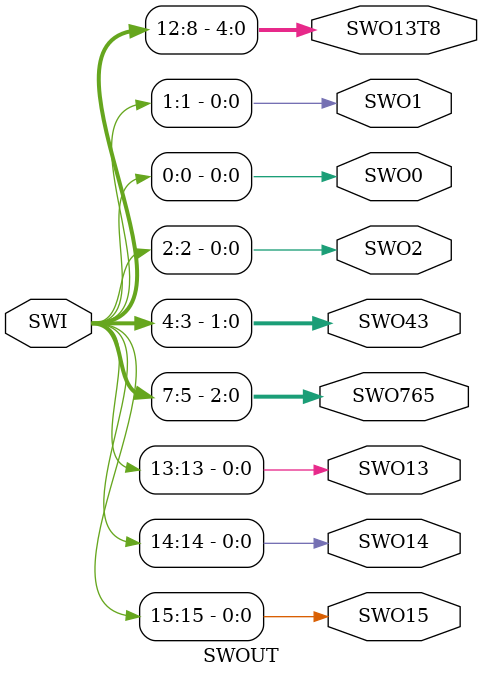
<source format=v>
`timescale 1ns / 1ps
module    SWOUT(input[15:0] SWI,
                output SWO15,
                output SWO14,
                output SWO13,
                output[2:0]SWO765,
                output[1:0]SWO43,
                output SWO2,
                output SWO0,
                output SWO1,
                output[4:0] SWO13T8
                );
                             
    assign SWO15 = SWI[15];
    assign SWO14 = SWI[14];
    assign SWO13 = SWI[13];
    assign SWO765 = SWI[7:5];
    assign SWO43 = SWI[4:3];
    assign SWO2 = SWI[2];
    assign SWO1 = SWI[1];
    assign SWO0 = SWI[0];
    assign SWO13T8 = SWI[12:8];               

endmodule

</source>
